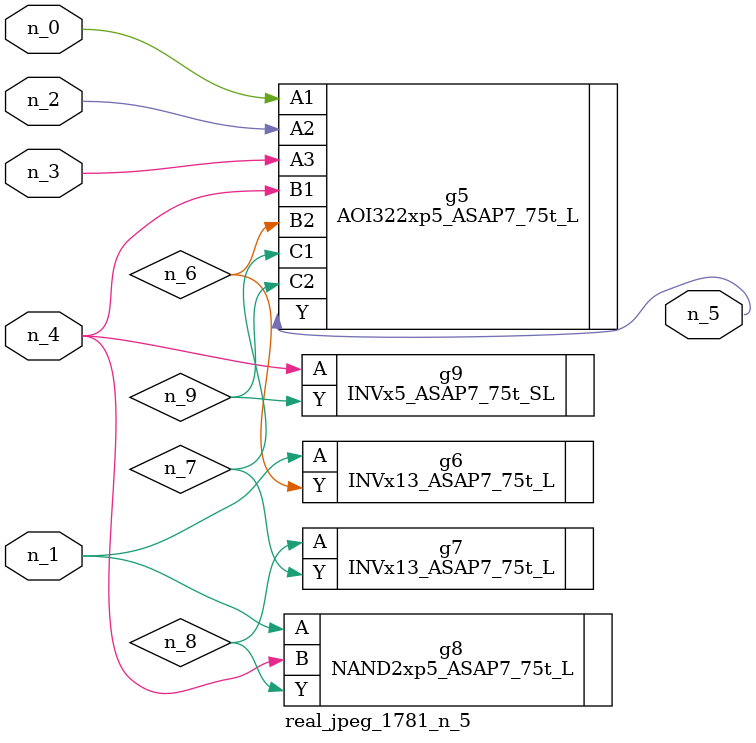
<source format=v>
module real_jpeg_1781_n_5 (n_4, n_0, n_1, n_2, n_3, n_5);

input n_4;
input n_0;
input n_1;
input n_2;
input n_3;

output n_5;

wire n_8;
wire n_6;
wire n_7;
wire n_9;

AOI322xp5_ASAP7_75t_L g5 ( 
.A1(n_0),
.A2(n_2),
.A3(n_3),
.B1(n_4),
.B2(n_6),
.C1(n_7),
.C2(n_9),
.Y(n_5)
);

INVx13_ASAP7_75t_L g6 ( 
.A(n_1),
.Y(n_6)
);

NAND2xp5_ASAP7_75t_L g8 ( 
.A(n_1),
.B(n_4),
.Y(n_8)
);

INVx5_ASAP7_75t_SL g9 ( 
.A(n_4),
.Y(n_9)
);

INVx13_ASAP7_75t_L g7 ( 
.A(n_8),
.Y(n_7)
);


endmodule
</source>
